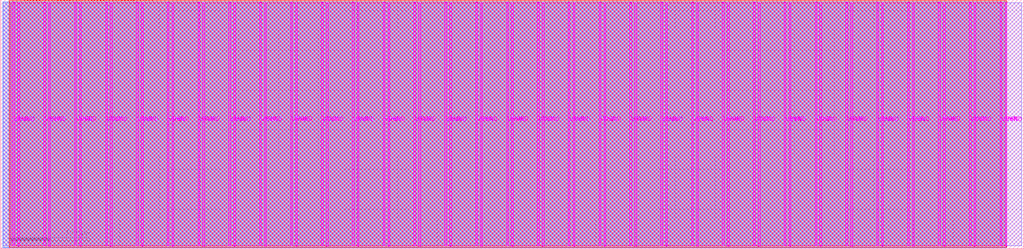
<source format=lef>
VERSION 5.7 ;
  NOWIREEXTENSIONATPIN ON ;
  DIVIDERCHAR "/" ;
  BUSBITCHARS "[]" ;
MACRO tt_um_SotaSoC
  CLASS BLOCK ;
  FOREIGN tt_um_SotaSoC ;
  ORIGIN 0.000 0.000 ;
  SIZE 1289.280 BY 313.740 ;
  PIN VGND
    DIRECTION INOUT ;
    USE GROUND ;
    PORT
      LAYER TopMetal1 ;
        RECT 21.580 3.150 23.780 310.180 ;
    END
    PORT
      LAYER TopMetal1 ;
        RECT 60.450 3.150 62.650 310.180 ;
    END
    PORT
      LAYER TopMetal1 ;
        RECT 99.320 3.150 101.520 310.180 ;
    END
    PORT
      LAYER TopMetal1 ;
        RECT 138.190 3.150 140.390 310.180 ;
    END
    PORT
      LAYER TopMetal1 ;
        RECT 177.060 3.150 179.260 310.180 ;
    END
    PORT
      LAYER TopMetal1 ;
        RECT 215.930 3.150 218.130 310.180 ;
    END
    PORT
      LAYER TopMetal1 ;
        RECT 254.800 3.150 257.000 310.180 ;
    END
    PORT
      LAYER TopMetal1 ;
        RECT 293.670 3.150 295.870 310.180 ;
    END
    PORT
      LAYER TopMetal1 ;
        RECT 332.540 3.150 334.740 310.180 ;
    END
    PORT
      LAYER TopMetal1 ;
        RECT 371.410 3.150 373.610 310.180 ;
    END
    PORT
      LAYER TopMetal1 ;
        RECT 410.280 3.150 412.480 310.180 ;
    END
    PORT
      LAYER TopMetal1 ;
        RECT 449.150 3.150 451.350 310.180 ;
    END
    PORT
      LAYER TopMetal1 ;
        RECT 488.020 3.150 490.220 310.180 ;
    END
    PORT
      LAYER TopMetal1 ;
        RECT 526.890 3.150 529.090 310.180 ;
    END
    PORT
      LAYER TopMetal1 ;
        RECT 565.760 3.150 567.960 310.180 ;
    END
    PORT
      LAYER TopMetal1 ;
        RECT 604.630 3.150 606.830 310.180 ;
    END
    PORT
      LAYER TopMetal1 ;
        RECT 643.500 3.150 645.700 310.180 ;
    END
    PORT
      LAYER TopMetal1 ;
        RECT 682.370 3.150 684.570 310.180 ;
    END
    PORT
      LAYER TopMetal1 ;
        RECT 721.240 3.150 723.440 310.180 ;
    END
    PORT
      LAYER TopMetal1 ;
        RECT 760.110 3.150 762.310 310.180 ;
    END
    PORT
      LAYER TopMetal1 ;
        RECT 798.980 3.150 801.180 310.180 ;
    END
    PORT
      LAYER TopMetal1 ;
        RECT 837.850 3.150 840.050 310.180 ;
    END
    PORT
      LAYER TopMetal1 ;
        RECT 876.720 3.150 878.920 310.180 ;
    END
    PORT
      LAYER TopMetal1 ;
        RECT 915.590 3.150 917.790 310.180 ;
    END
    PORT
      LAYER TopMetal1 ;
        RECT 954.460 3.150 956.660 310.180 ;
    END
    PORT
      LAYER TopMetal1 ;
        RECT 993.330 3.150 995.530 310.180 ;
    END
    PORT
      LAYER TopMetal1 ;
        RECT 1032.200 3.150 1034.400 310.180 ;
    END
    PORT
      LAYER TopMetal1 ;
        RECT 1071.070 3.150 1073.270 310.180 ;
    END
    PORT
      LAYER TopMetal1 ;
        RECT 1109.940 3.150 1112.140 310.180 ;
    END
    PORT
      LAYER TopMetal1 ;
        RECT 1148.810 3.150 1151.010 310.180 ;
    END
    PORT
      LAYER TopMetal1 ;
        RECT 1187.680 3.150 1189.880 310.180 ;
    END
    PORT
      LAYER TopMetal1 ;
        RECT 1226.550 3.150 1228.750 310.180 ;
    END
    PORT
      LAYER TopMetal1 ;
        RECT 1265.420 3.150 1267.620 310.180 ;
    END
  END VGND
  PIN VPWR
    DIRECTION INOUT ;
    USE POWER ;
    PORT
      LAYER TopMetal1 ;
        RECT 15.380 3.560 17.580 310.590 ;
    END
    PORT
      LAYER TopMetal1 ;
        RECT 54.250 3.560 56.450 310.590 ;
    END
    PORT
      LAYER TopMetal1 ;
        RECT 93.120 3.560 95.320 310.590 ;
    END
    PORT
      LAYER TopMetal1 ;
        RECT 131.990 3.560 134.190 310.590 ;
    END
    PORT
      LAYER TopMetal1 ;
        RECT 170.860 3.560 173.060 310.590 ;
    END
    PORT
      LAYER TopMetal1 ;
        RECT 209.730 3.560 211.930 310.590 ;
    END
    PORT
      LAYER TopMetal1 ;
        RECT 248.600 3.560 250.800 310.590 ;
    END
    PORT
      LAYER TopMetal1 ;
        RECT 287.470 3.560 289.670 310.590 ;
    END
    PORT
      LAYER TopMetal1 ;
        RECT 326.340 3.560 328.540 310.590 ;
    END
    PORT
      LAYER TopMetal1 ;
        RECT 365.210 3.560 367.410 310.590 ;
    END
    PORT
      LAYER TopMetal1 ;
        RECT 404.080 3.560 406.280 310.590 ;
    END
    PORT
      LAYER TopMetal1 ;
        RECT 442.950 3.560 445.150 310.590 ;
    END
    PORT
      LAYER TopMetal1 ;
        RECT 481.820 3.560 484.020 310.590 ;
    END
    PORT
      LAYER TopMetal1 ;
        RECT 520.690 3.560 522.890 310.590 ;
    END
    PORT
      LAYER TopMetal1 ;
        RECT 559.560 3.560 561.760 310.590 ;
    END
    PORT
      LAYER TopMetal1 ;
        RECT 598.430 3.560 600.630 310.590 ;
    END
    PORT
      LAYER TopMetal1 ;
        RECT 637.300 3.560 639.500 310.590 ;
    END
    PORT
      LAYER TopMetal1 ;
        RECT 676.170 3.560 678.370 310.590 ;
    END
    PORT
      LAYER TopMetal1 ;
        RECT 715.040 3.560 717.240 310.590 ;
    END
    PORT
      LAYER TopMetal1 ;
        RECT 753.910 3.560 756.110 310.590 ;
    END
    PORT
      LAYER TopMetal1 ;
        RECT 792.780 3.560 794.980 310.590 ;
    END
    PORT
      LAYER TopMetal1 ;
        RECT 831.650 3.560 833.850 310.590 ;
    END
    PORT
      LAYER TopMetal1 ;
        RECT 870.520 3.560 872.720 310.590 ;
    END
    PORT
      LAYER TopMetal1 ;
        RECT 909.390 3.560 911.590 310.590 ;
    END
    PORT
      LAYER TopMetal1 ;
        RECT 948.260 3.560 950.460 310.590 ;
    END
    PORT
      LAYER TopMetal1 ;
        RECT 987.130 3.560 989.330 310.590 ;
    END
    PORT
      LAYER TopMetal1 ;
        RECT 1026.000 3.560 1028.200 310.590 ;
    END
    PORT
      LAYER TopMetal1 ;
        RECT 1064.870 3.560 1067.070 310.590 ;
    END
    PORT
      LAYER TopMetal1 ;
        RECT 1103.740 3.560 1105.940 310.590 ;
    END
    PORT
      LAYER TopMetal1 ;
        RECT 1142.610 3.560 1144.810 310.590 ;
    END
    PORT
      LAYER TopMetal1 ;
        RECT 1181.480 3.560 1183.680 310.590 ;
    END
    PORT
      LAYER TopMetal1 ;
        RECT 1220.350 3.560 1222.550 310.590 ;
    END
    PORT
      LAYER TopMetal1 ;
        RECT 1259.220 3.560 1261.420 310.590 ;
    END
  END VPWR
  PIN clk
    DIRECTION INPUT ;
    USE SIGNAL ;
    ANTENNAGATEAREA 0.725400 ;
    PORT
      LAYER Metal4 ;
        RECT 187.050 312.740 187.350 313.740 ;
    END
  END clk
  PIN ena
    DIRECTION INPUT ;
    USE SIGNAL ;
    PORT
      LAYER Metal4 ;
        RECT 190.890 312.740 191.190 313.740 ;
    END
  END ena
  PIN rst_n
    DIRECTION INPUT ;
    USE SIGNAL ;
    ANTENNAGATEAREA 1.450800 ;
    PORT
      LAYER Metal4 ;
        RECT 183.210 312.740 183.510 313.740 ;
    END
  END rst_n
  PIN ui_in[0]
    DIRECTION INPUT ;
    USE SIGNAL ;
    ANTENNAGATEAREA 0.213200 ;
    PORT
      LAYER Metal4 ;
        RECT 179.370 312.740 179.670 313.740 ;
    END
  END ui_in[0]
  PIN ui_in[1]
    DIRECTION INPUT ;
    USE SIGNAL ;
    ANTENNAGATEAREA 0.213200 ;
    PORT
      LAYER Metal4 ;
        RECT 175.530 312.740 175.830 313.740 ;
    END
  END ui_in[1]
  PIN ui_in[2]
    DIRECTION INPUT ;
    USE SIGNAL ;
    ANTENNAGATEAREA 0.213200 ;
    PORT
      LAYER Metal4 ;
        RECT 171.690 312.740 171.990 313.740 ;
    END
  END ui_in[2]
  PIN ui_in[3]
    DIRECTION INPUT ;
    USE SIGNAL ;
    ANTENNAGATEAREA 0.213200 ;
    PORT
      LAYER Metal4 ;
        RECT 167.850 312.740 168.150 313.740 ;
    END
  END ui_in[3]
  PIN ui_in[4]
    DIRECTION INPUT ;
    USE SIGNAL ;
    ANTENNAGATEAREA 0.213200 ;
    PORT
      LAYER Metal4 ;
        RECT 164.010 312.740 164.310 313.740 ;
    END
  END ui_in[4]
  PIN ui_in[5]
    DIRECTION INPUT ;
    USE SIGNAL ;
    ANTENNAGATEAREA 0.213200 ;
    PORT
      LAYER Metal4 ;
        RECT 160.170 312.740 160.470 313.740 ;
    END
  END ui_in[5]
  PIN ui_in[6]
    DIRECTION INPUT ;
    USE SIGNAL ;
    ANTENNAGATEAREA 0.213200 ;
    PORT
      LAYER Metal4 ;
        RECT 156.330 312.740 156.630 313.740 ;
    END
  END ui_in[6]
  PIN ui_in[7]
    DIRECTION INPUT ;
    USE SIGNAL ;
    ANTENNAGATEAREA 0.213200 ;
    PORT
      LAYER Metal4 ;
        RECT 152.490 312.740 152.790 313.740 ;
    END
  END ui_in[7]
  PIN uio_in[0]
    DIRECTION INPUT ;
    USE SIGNAL ;
    PORT
      LAYER Metal4 ;
        RECT 148.650 312.740 148.950 313.740 ;
    END
  END uio_in[0]
  PIN uio_in[1]
    DIRECTION INPUT ;
    USE SIGNAL ;
    ANTENNAGATEAREA 0.213200 ;
    PORT
      LAYER Metal4 ;
        RECT 144.810 312.740 145.110 313.740 ;
    END
  END uio_in[1]
  PIN uio_in[2]
    DIRECTION INPUT ;
    USE SIGNAL ;
    ANTENNAGATEAREA 0.213200 ;
    PORT
      LAYER Metal4 ;
        RECT 140.970 312.740 141.270 313.740 ;
    END
  END uio_in[2]
  PIN uio_in[3]
    DIRECTION INPUT ;
    USE SIGNAL ;
    PORT
      LAYER Metal4 ;
        RECT 137.130 312.740 137.430 313.740 ;
    END
  END uio_in[3]
  PIN uio_in[4]
    DIRECTION INPUT ;
    USE SIGNAL ;
    ANTENNAGATEAREA 0.213200 ;
    PORT
      LAYER Metal4 ;
        RECT 133.290 312.740 133.590 313.740 ;
    END
  END uio_in[4]
  PIN uio_in[5]
    DIRECTION INPUT ;
    USE SIGNAL ;
    ANTENNAGATEAREA 0.213200 ;
    PORT
      LAYER Metal4 ;
        RECT 129.450 312.740 129.750 313.740 ;
    END
  END uio_in[5]
  PIN uio_in[6]
    DIRECTION INPUT ;
    USE SIGNAL ;
    PORT
      LAYER Metal4 ;
        RECT 125.610 312.740 125.910 313.740 ;
    END
  END uio_in[6]
  PIN uio_in[7]
    DIRECTION INPUT ;
    USE SIGNAL ;
    ANTENNAGATEAREA 0.213200 ;
    PORT
      LAYER Metal4 ;
        RECT 121.770 312.740 122.070 313.740 ;
    END
  END uio_in[7]
  PIN uio_oe[0]
    DIRECTION OUTPUT ;
    USE SIGNAL ;
    ANTENNADIFFAREA 0.392700 ;
    PORT
      LAYER Metal4 ;
        RECT 56.490 312.740 56.790 313.740 ;
    END
  END uio_oe[0]
  PIN uio_oe[1]
    DIRECTION OUTPUT ;
    USE SIGNAL ;
    ANTENNADIFFAREA 0.706800 ;
    PORT
      LAYER Metal4 ;
        RECT 52.650 312.740 52.950 313.740 ;
    END
  END uio_oe[1]
  PIN uio_oe[2]
    DIRECTION OUTPUT ;
    USE SIGNAL ;
    ANTENNADIFFAREA 2.827200 ;
    PORT
      LAYER Metal4 ;
        RECT 48.810 312.740 49.110 313.740 ;
    END
  END uio_oe[2]
  PIN uio_oe[3]
    DIRECTION OUTPUT ;
    USE SIGNAL ;
    ANTENNADIFFAREA 0.392700 ;
    PORT
      LAYER Metal4 ;
        RECT 44.970 312.740 45.270 313.740 ;
    END
  END uio_oe[3]
  PIN uio_oe[4]
    DIRECTION OUTPUT ;
    USE SIGNAL ;
    ANTENNADIFFAREA 2.827200 ;
    PORT
      LAYER Metal4 ;
        RECT 41.130 312.740 41.430 313.740 ;
    END
  END uio_oe[4]
  PIN uio_oe[5]
    DIRECTION OUTPUT ;
    USE SIGNAL ;
    ANTENNAGATEAREA 1.773200 ;
    ANTENNADIFFAREA 0.716100 ;
    PORT
      LAYER Metal4 ;
        RECT 37.290 312.740 37.590 313.740 ;
    END
  END uio_oe[5]
  PIN uio_oe[6]
    DIRECTION OUTPUT ;
    USE SIGNAL ;
    ANTENNADIFFAREA 0.392700 ;
    PORT
      LAYER Metal4 ;
        RECT 33.450 312.740 33.750 313.740 ;
    END
  END uio_oe[6]
  PIN uio_oe[7]
    DIRECTION OUTPUT ;
    USE SIGNAL ;
    ANTENNADIFFAREA 0.677200 ;
    PORT
      LAYER Metal4 ;
        RECT 29.610 312.740 29.910 313.740 ;
    END
  END uio_oe[7]
  PIN uio_out[0]
    DIRECTION OUTPUT ;
    USE SIGNAL ;
    ANTENNADIFFAREA 2.827200 ;
    PORT
      LAYER Metal4 ;
        RECT 87.210 312.740 87.510 313.740 ;
    END
  END uio_out[0]
  PIN uio_out[1]
    DIRECTION OUTPUT ;
    USE SIGNAL ;
    ANTENNAGATEAREA 0.351000 ;
    ANTENNADIFFAREA 0.716100 ;
    PORT
      LAYER Metal4 ;
        RECT 83.370 312.740 83.670 313.740 ;
    END
  END uio_out[1]
  PIN uio_out[2]
    DIRECTION OUTPUT ;
    USE SIGNAL ;
    ANTENNAGATEAREA 0.335400 ;
    ANTENNADIFFAREA 0.716100 ;
    PORT
      LAYER Metal4 ;
        RECT 79.530 312.740 79.830 313.740 ;
    END
  END uio_out[2]
  PIN uio_out[3]
    DIRECTION OUTPUT ;
    USE SIGNAL ;
    ANTENNADIFFAREA 2.827200 ;
    PORT
      LAYER Metal4 ;
        RECT 75.690 312.740 75.990 313.740 ;
    END
  END uio_out[3]
  PIN uio_out[4]
    DIRECTION OUTPUT ;
    USE SIGNAL ;
    ANTENNAGATEAREA 0.289900 ;
    ANTENNADIFFAREA 0.716100 ;
    PORT
      LAYER Metal4 ;
        RECT 71.850 312.740 72.150 313.740 ;
    END
  END uio_out[4]
  PIN uio_out[5]
    DIRECTION OUTPUT ;
    USE SIGNAL ;
    ANTENNAGATEAREA 0.335400 ;
    ANTENNADIFFAREA 0.716100 ;
    PORT
      LAYER Metal4 ;
        RECT 68.010 312.740 68.310 313.740 ;
    END
  END uio_out[5]
  PIN uio_out[6]
    DIRECTION OUTPUT ;
    USE SIGNAL ;
    ANTENNADIFFAREA 2.827200 ;
    PORT
      LAYER Metal4 ;
        RECT 64.170 312.740 64.470 313.740 ;
    END
  END uio_out[6]
  PIN uio_out[7]
    DIRECTION OUTPUT ;
    USE SIGNAL ;
    ANTENNADIFFAREA 0.632400 ;
    PORT
      LAYER Metal4 ;
        RECT 60.330 312.740 60.630 313.740 ;
    END
  END uio_out[7]
  PIN uo_out[0]
    DIRECTION OUTPUT ;
    USE SIGNAL ;
    ANTENNADIFFAREA 2.827200 ;
    PORT
      LAYER Metal4 ;
        RECT 117.930 312.740 118.230 313.740 ;
    END
  END uo_out[0]
  PIN uo_out[1]
    DIRECTION OUTPUT ;
    USE SIGNAL ;
    ANTENNADIFFAREA 5.654400 ;
    PORT
      LAYER Metal4 ;
        RECT 114.090 312.740 114.390 313.740 ;
    END
  END uo_out[1]
  PIN uo_out[2]
    DIRECTION OUTPUT ;
    USE SIGNAL ;
    ANTENNADIFFAREA 0.677200 ;
    PORT
      LAYER Metal4 ;
        RECT 110.250 312.740 110.550 313.740 ;
    END
  END uo_out[2]
  PIN uo_out[3]
    DIRECTION OUTPUT ;
    USE SIGNAL ;
    ANTENNADIFFAREA 5.654400 ;
    PORT
      LAYER Metal4 ;
        RECT 106.410 312.740 106.710 313.740 ;
    END
  END uo_out[3]
  PIN uo_out[4]
    DIRECTION OUTPUT ;
    USE SIGNAL ;
    ANTENNADIFFAREA 1.008100 ;
    PORT
      LAYER Metal4 ;
        RECT 102.570 312.740 102.870 313.740 ;
    END
  END uo_out[4]
  PIN uo_out[5]
    DIRECTION OUTPUT ;
    USE SIGNAL ;
    ANTENNADIFFAREA 0.988000 ;
    PORT
      LAYER Metal4 ;
        RECT 98.730 312.740 99.030 313.740 ;
    END
  END uo_out[5]
  PIN uo_out[6]
    DIRECTION OUTPUT ;
    USE SIGNAL ;
    ANTENNADIFFAREA 0.677200 ;
    PORT
      LAYER Metal4 ;
        RECT 94.890 312.740 95.190 313.740 ;
    END
  END uo_out[6]
  PIN uo_out[7]
    DIRECTION OUTPUT ;
    USE SIGNAL ;
    ANTENNADIFFAREA 0.677200 ;
    PORT
      LAYER Metal4 ;
        RECT 91.050 312.740 91.350 313.740 ;
    END
  END uo_out[7]
  OBS
      LAYER GatPoly ;
        RECT 2.880 3.630 1286.400 310.110 ;
      LAYER Metal1 ;
        RECT 2.880 3.560 1286.400 310.180 ;
      LAYER Metal2 ;
        RECT 2.775 1.535 1267.440 310.945 ;
      LAYER Metal3 ;
        RECT 2.735 1.580 1267.485 310.905 ;
      LAYER Metal4 ;
        RECT 10.460 312.530 29.400 312.740 ;
        RECT 30.120 312.530 33.240 312.740 ;
        RECT 33.960 312.530 37.080 312.740 ;
        RECT 37.800 312.530 40.920 312.740 ;
        RECT 41.640 312.530 44.760 312.740 ;
        RECT 45.480 312.530 48.600 312.740 ;
        RECT 49.320 312.530 52.440 312.740 ;
        RECT 53.160 312.530 56.280 312.740 ;
        RECT 57.000 312.530 60.120 312.740 ;
        RECT 60.840 312.530 63.960 312.740 ;
        RECT 64.680 312.530 67.800 312.740 ;
        RECT 68.520 312.530 71.640 312.740 ;
        RECT 72.360 312.530 75.480 312.740 ;
        RECT 76.200 312.530 79.320 312.740 ;
        RECT 80.040 312.530 83.160 312.740 ;
        RECT 83.880 312.530 87.000 312.740 ;
        RECT 87.720 312.530 90.840 312.740 ;
        RECT 91.560 312.530 94.680 312.740 ;
        RECT 95.400 312.530 98.520 312.740 ;
        RECT 99.240 312.530 102.360 312.740 ;
        RECT 103.080 312.530 106.200 312.740 ;
        RECT 106.920 312.530 110.040 312.740 ;
        RECT 110.760 312.530 113.880 312.740 ;
        RECT 114.600 312.530 117.720 312.740 ;
        RECT 118.440 312.530 121.560 312.740 ;
        RECT 122.280 312.530 125.400 312.740 ;
        RECT 126.120 312.530 129.240 312.740 ;
        RECT 129.960 312.530 133.080 312.740 ;
        RECT 133.800 312.530 136.920 312.740 ;
        RECT 137.640 312.530 140.760 312.740 ;
        RECT 141.480 312.530 144.600 312.740 ;
        RECT 145.320 312.530 148.440 312.740 ;
        RECT 149.160 312.530 152.280 312.740 ;
        RECT 153.000 312.530 156.120 312.740 ;
        RECT 156.840 312.530 159.960 312.740 ;
        RECT 160.680 312.530 163.800 312.740 ;
        RECT 164.520 312.530 167.640 312.740 ;
        RECT 168.360 312.530 171.480 312.740 ;
        RECT 172.200 312.530 175.320 312.740 ;
        RECT 176.040 312.530 179.160 312.740 ;
        RECT 179.880 312.530 183.000 312.740 ;
        RECT 183.720 312.530 186.840 312.740 ;
        RECT 187.560 312.530 190.680 312.740 ;
        RECT 191.400 312.530 1267.440 312.740 ;
        RECT 10.460 1.955 1267.440 312.530 ;
      LAYER Metal5 ;
        RECT 12.815 3.470 1267.485 310.270 ;
  END
END tt_um_SotaSoC
END LIBRARY


</source>
